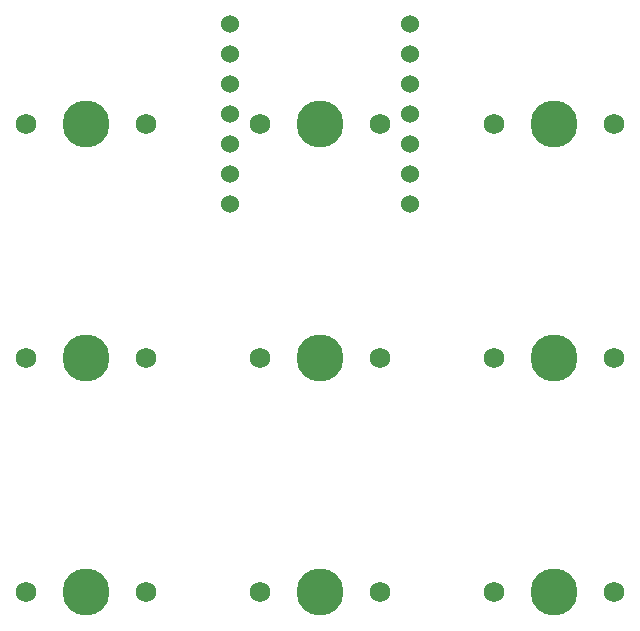
<source format=gbr>
%TF.GenerationSoftware,KiCad,Pcbnew,9.0.3*%
%TF.CreationDate,2025-07-28T22:58:47-04:00*%
%TF.ProjectId,9kMacroPCB,396b4d61-6372-46f5-9043-422e6b696361,rev?*%
%TF.SameCoordinates,Original*%
%TF.FileFunction,Soldermask,Top*%
%TF.FilePolarity,Negative*%
%FSLAX46Y46*%
G04 Gerber Fmt 4.6, Leading zero omitted, Abs format (unit mm)*
G04 Created by KiCad (PCBNEW 9.0.3) date 2025-07-28 22:58:47*
%MOMM*%
%LPD*%
G01*
G04 APERTURE LIST*
%ADD10C,1.524000*%
%ADD11C,1.750000*%
%ADD12C,3.987800*%
G04 APERTURE END LIST*
D10*
%TO.C,U1*%
X152073000Y-41529000D03*
X152073000Y-44069000D03*
X152073000Y-46609000D03*
X152073000Y-49149000D03*
X152073000Y-51689000D03*
X152073000Y-54229000D03*
X152073000Y-56769000D03*
X136833000Y-56769000D03*
X136833000Y-54229000D03*
X136833000Y-51689000D03*
X136833000Y-49149000D03*
X136833000Y-46609000D03*
X136833000Y-44069000D03*
X136833000Y-41529000D03*
%TD*%
D11*
%TO.C,MX6*%
X159226250Y-69850000D03*
D12*
X164306250Y-69850000D03*
D11*
X169386250Y-69850000D03*
%TD*%
%TO.C,MX2*%
X139382500Y-50006250D03*
D12*
X144462500Y-50006250D03*
D11*
X149542500Y-50006250D03*
%TD*%
%TO.C,MX5*%
X139382500Y-69850000D03*
D12*
X144462500Y-69850000D03*
D11*
X149542500Y-69850000D03*
%TD*%
%TO.C,MX3*%
X159226250Y-50006250D03*
D12*
X164306250Y-50006250D03*
D11*
X169386250Y-50006250D03*
%TD*%
%TO.C,MX4*%
X119538750Y-69850000D03*
D12*
X124618750Y-69850000D03*
D11*
X129698750Y-69850000D03*
%TD*%
%TO.C,MX8*%
X139382500Y-89693750D03*
D12*
X144462500Y-89693750D03*
D11*
X149542500Y-89693750D03*
%TD*%
%TO.C,MX9*%
X159226250Y-89693750D03*
D12*
X164306250Y-89693750D03*
D11*
X169386250Y-89693750D03*
%TD*%
%TO.C,MX7*%
X119538750Y-89693750D03*
D12*
X124618750Y-89693750D03*
D11*
X129698750Y-89693750D03*
%TD*%
%TO.C,MX1*%
X129698750Y-50006250D03*
D12*
X124618750Y-50006250D03*
D11*
X119538750Y-50006250D03*
%TD*%
M02*

</source>
